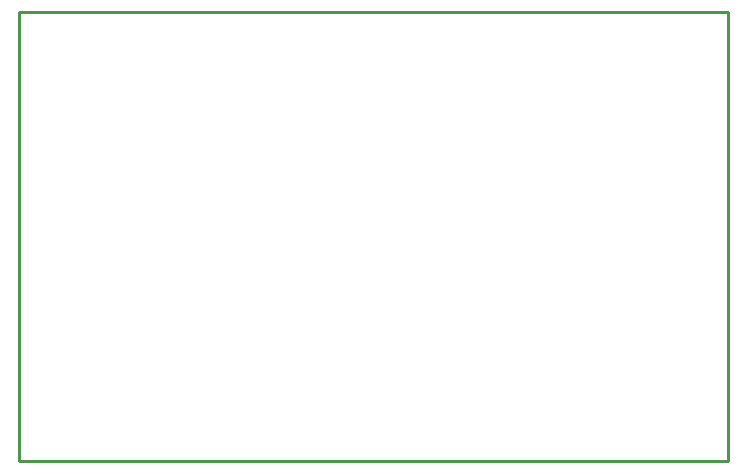
<source format=gbp>
G04*
G04 #@! TF.GenerationSoftware,Altium Limited,Altium Designer,20.2.7 (254)*
G04*
G04 Layer_Color=128*
%FSLAX43Y43*%
%MOMM*%
G71*
G04*
G04 #@! TF.SameCoordinates,D7959DAF-34B1-44DD-8309-E4C0A0F03333*
G04*
G04*
G04 #@! TF.FilePolarity,Positive*
G04*
G01*
G75*
%ADD16C,0.254*%
D16*
X60000Y0D02*
Y38000D01*
X0D02*
X60000D01*
X0Y0D02*
X60000D01*
X0D02*
Y38000D01*
M02*

</source>
